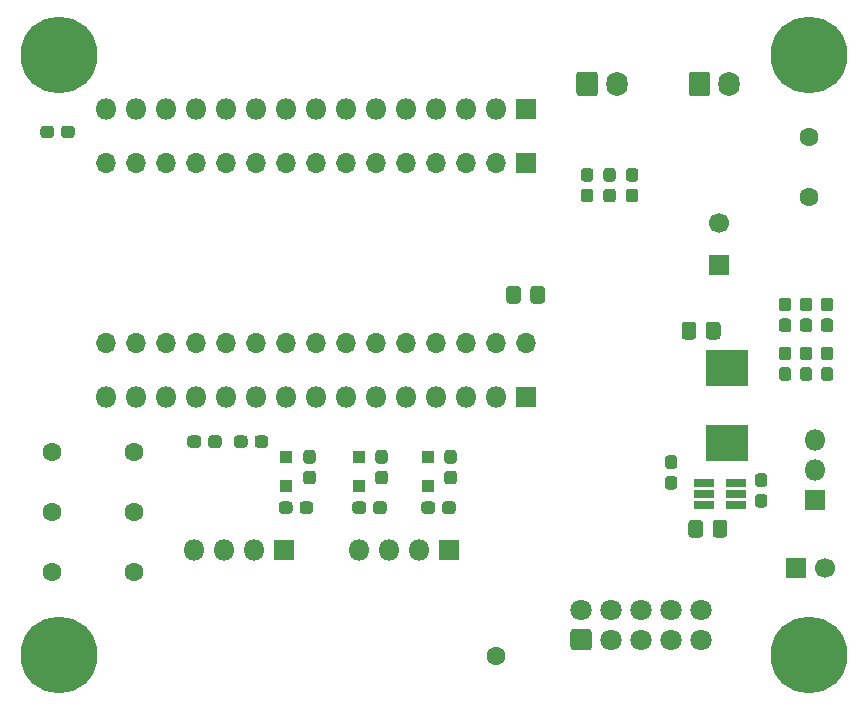
<source format=gts>
G04 #@! TF.GenerationSoftware,KiCad,Pcbnew,(5.1.6)-1*
G04 #@! TF.CreationDate,2020-11-18T04:27:21-08:00*
G04 #@! TF.ProjectId,Logic Board RevA,4c6f6769-6320-4426-9f61-726420526576,rev?*
G04 #@! TF.SameCoordinates,Original*
G04 #@! TF.FileFunction,Soldermask,Top*
G04 #@! TF.FilePolarity,Negative*
%FSLAX46Y46*%
G04 Gerber Fmt 4.6, Leading zero omitted, Abs format (unit mm)*
G04 Created by KiCad (PCBNEW (5.1.6)-1) date 2020-11-18 04:27:21*
%MOMM*%
%LPD*%
G01*
G04 APERTURE LIST*
%ADD10O,1.800000X1.800000*%
%ADD11R,1.800000X1.800000*%
%ADD12C,1.700000*%
%ADD13R,1.700000X1.700000*%
%ADD14C,1.600000*%
%ADD15R,3.600000X3.100000*%
%ADD16O,1.700000X1.700000*%
%ADD17R,1.660000X0.750000*%
%ADD18O,1.800000X2.100000*%
%ADD19C,0.900000*%
%ADD20C,6.500000*%
%ADD21R,1.100000X1.100000*%
%ADD22C,1.800000*%
G04 APERTURE END LIST*
G36*
G01*
X168901500Y-91359000D02*
X169426500Y-91359000D01*
G75*
G02*
X169689000Y-91621500I0J-262500D01*
G01*
X169689000Y-92246500D01*
G75*
G02*
X169426500Y-92509000I-262500J0D01*
G01*
X168901500Y-92509000D01*
G75*
G02*
X168639000Y-92246500I0J262500D01*
G01*
X168639000Y-91621500D01*
G75*
G02*
X168901500Y-91359000I262500J0D01*
G01*
G37*
G36*
G01*
X168901500Y-89609000D02*
X169426500Y-89609000D01*
G75*
G02*
X169689000Y-89871500I0J-262500D01*
G01*
X169689000Y-90496500D01*
G75*
G02*
X169426500Y-90759000I-262500J0D01*
G01*
X168901500Y-90759000D01*
G75*
G02*
X168639000Y-90496500I0J262500D01*
G01*
X168639000Y-89871500D01*
G75*
G02*
X168901500Y-89609000I262500J0D01*
G01*
G37*
D10*
X132080000Y-121920000D03*
X134620000Y-121920000D03*
X137160000Y-121920000D03*
D11*
X139700000Y-121920000D03*
D10*
X146050000Y-121920000D03*
X148590000Y-121920000D03*
X151130000Y-121920000D03*
D11*
X153670000Y-121920000D03*
D12*
X185507000Y-123444000D03*
D13*
X183007000Y-123444000D03*
G36*
G01*
X120223000Y-86288000D02*
X120223000Y-86813000D01*
G75*
G02*
X119960500Y-87075500I-262500J0D01*
G01*
X119335500Y-87075500D01*
G75*
G02*
X119073000Y-86813000I0J262500D01*
G01*
X119073000Y-86288000D01*
G75*
G02*
X119335500Y-86025500I262500J0D01*
G01*
X119960500Y-86025500D01*
G75*
G02*
X120223000Y-86288000I0J-262500D01*
G01*
G37*
G36*
G01*
X121973000Y-86288000D02*
X121973000Y-86813000D01*
G75*
G02*
X121710500Y-87075500I-262500J0D01*
G01*
X121085500Y-87075500D01*
G75*
G02*
X120823000Y-86813000I0J262500D01*
G01*
X120823000Y-86288000D01*
G75*
G02*
X121085500Y-86025500I262500J0D01*
G01*
X121710500Y-86025500D01*
G75*
G02*
X121973000Y-86288000I0J-262500D01*
G01*
G37*
D14*
X157607000Y-130937000D03*
G36*
G01*
X160547000Y-100808262D02*
X160547000Y-99851738D01*
G75*
G02*
X160818738Y-99580000I271738J0D01*
G01*
X161525262Y-99580000D01*
G75*
G02*
X161797000Y-99851738I0J-271738D01*
G01*
X161797000Y-100808262D01*
G75*
G02*
X161525262Y-101080000I-271738J0D01*
G01*
X160818738Y-101080000D01*
G75*
G02*
X160547000Y-100808262I0J271738D01*
G01*
G37*
G36*
G01*
X158497000Y-100808262D02*
X158497000Y-99851738D01*
G75*
G02*
X158768738Y-99580000I271738J0D01*
G01*
X159475262Y-99580000D01*
G75*
G02*
X159747000Y-99851738I0J-271738D01*
G01*
X159747000Y-100808262D01*
G75*
G02*
X159475262Y-101080000I-271738J0D01*
G01*
X158768738Y-101080000D01*
G75*
G02*
X158497000Y-100808262I0J271738D01*
G01*
G37*
X120015000Y-123825000D03*
X184150000Y-86995000D03*
X120015000Y-118745000D03*
X127000000Y-123825000D03*
X127000000Y-118745000D03*
D15*
X177165000Y-112878000D03*
X177165000Y-106578000D03*
G36*
G01*
X184158500Y-105872000D02*
X183633500Y-105872000D01*
G75*
G02*
X183371000Y-105609500I0J262500D01*
G01*
X183371000Y-104984500D01*
G75*
G02*
X183633500Y-104722000I262500J0D01*
G01*
X184158500Y-104722000D01*
G75*
G02*
X184421000Y-104984500I0J-262500D01*
G01*
X184421000Y-105609500D01*
G75*
G02*
X184158500Y-105872000I-262500J0D01*
G01*
G37*
G36*
G01*
X184158500Y-107622000D02*
X183633500Y-107622000D01*
G75*
G02*
X183371000Y-107359500I0J262500D01*
G01*
X183371000Y-106734500D01*
G75*
G02*
X183633500Y-106472000I262500J0D01*
G01*
X184158500Y-106472000D01*
G75*
G02*
X184421000Y-106734500I0J-262500D01*
G01*
X184421000Y-107359500D01*
G75*
G02*
X184158500Y-107622000I-262500J0D01*
G01*
G37*
D14*
X184150000Y-92075000D03*
X120015000Y-113665000D03*
X127000000Y-113665000D03*
D16*
X124587000Y-104394000D03*
X124587000Y-89154000D03*
X160147000Y-104394000D03*
X127127000Y-89154000D03*
X157607000Y-104394000D03*
X129667000Y-89154000D03*
X155067000Y-104394000D03*
X132207000Y-89154000D03*
X152527000Y-104394000D03*
X134747000Y-89154000D03*
X149987000Y-104394000D03*
X137287000Y-89154000D03*
X147447000Y-104394000D03*
X139827000Y-89154000D03*
X144907000Y-104394000D03*
X142367000Y-89154000D03*
X142367000Y-104394000D03*
X144907000Y-89154000D03*
X139827000Y-104394000D03*
X147447000Y-89154000D03*
X137287000Y-104394000D03*
X149987000Y-89154000D03*
X134747000Y-104394000D03*
X152527000Y-89154000D03*
X132207000Y-104394000D03*
X155067000Y-89154000D03*
X129667000Y-104394000D03*
X157607000Y-89154000D03*
X127127000Y-104394000D03*
D13*
X160147000Y-89154000D03*
D10*
X124587000Y-108966000D03*
X127127000Y-108966000D03*
X129667000Y-108966000D03*
X132207000Y-108966000D03*
X134747000Y-108966000D03*
X137287000Y-108966000D03*
X139827000Y-108966000D03*
X142367000Y-108966000D03*
X144907000Y-108966000D03*
X147447000Y-108966000D03*
X149987000Y-108966000D03*
X152527000Y-108966000D03*
X155067000Y-108966000D03*
X157607000Y-108966000D03*
D11*
X160147000Y-108966000D03*
D12*
X176530000Y-94290000D03*
D13*
X176530000Y-97790000D03*
D10*
X124587000Y-84582000D03*
X127127000Y-84582000D03*
X129667000Y-84582000D03*
X132207000Y-84582000D03*
X134747000Y-84582000D03*
X137287000Y-84582000D03*
X139827000Y-84582000D03*
X142367000Y-84582000D03*
X144907000Y-84582000D03*
X147447000Y-84582000D03*
X149987000Y-84582000D03*
X152527000Y-84582000D03*
X155067000Y-84582000D03*
X157607000Y-84582000D03*
D11*
X160147000Y-84582000D03*
D17*
X177956200Y-117208300D03*
X177956200Y-116258300D03*
X177956200Y-118158300D03*
X175256200Y-118158300D03*
X175256200Y-117208300D03*
X175256200Y-116258300D03*
G36*
G01*
X165616500Y-90759000D02*
X165091500Y-90759000D01*
G75*
G02*
X164829000Y-90496500I0J262500D01*
G01*
X164829000Y-89871500D01*
G75*
G02*
X165091500Y-89609000I262500J0D01*
G01*
X165616500Y-89609000D01*
G75*
G02*
X165879000Y-89871500I0J-262500D01*
G01*
X165879000Y-90496500D01*
G75*
G02*
X165616500Y-90759000I-262500J0D01*
G01*
G37*
G36*
G01*
X165616500Y-92509000D02*
X165091500Y-92509000D01*
G75*
G02*
X164829000Y-92246500I0J262500D01*
G01*
X164829000Y-91621500D01*
G75*
G02*
X165091500Y-91359000I262500J0D01*
G01*
X165616500Y-91359000D01*
G75*
G02*
X165879000Y-91621500I0J-262500D01*
G01*
X165879000Y-92246500D01*
G75*
G02*
X165616500Y-92509000I-262500J0D01*
G01*
G37*
G36*
G01*
X185411500Y-102344500D02*
X185936500Y-102344500D01*
G75*
G02*
X186199000Y-102607000I0J-262500D01*
G01*
X186199000Y-103232000D01*
G75*
G02*
X185936500Y-103494500I-262500J0D01*
G01*
X185411500Y-103494500D01*
G75*
G02*
X185149000Y-103232000I0J262500D01*
G01*
X185149000Y-102607000D01*
G75*
G02*
X185411500Y-102344500I262500J0D01*
G01*
G37*
G36*
G01*
X185411500Y-100594500D02*
X185936500Y-100594500D01*
G75*
G02*
X186199000Y-100857000I0J-262500D01*
G01*
X186199000Y-101482000D01*
G75*
G02*
X185936500Y-101744500I-262500J0D01*
G01*
X185411500Y-101744500D01*
G75*
G02*
X185149000Y-101482000I0J262500D01*
G01*
X185149000Y-100857000D01*
G75*
G02*
X185411500Y-100594500I262500J0D01*
G01*
G37*
G36*
G01*
X183633500Y-102344500D02*
X184158500Y-102344500D01*
G75*
G02*
X184421000Y-102607000I0J-262500D01*
G01*
X184421000Y-103232000D01*
G75*
G02*
X184158500Y-103494500I-262500J0D01*
G01*
X183633500Y-103494500D01*
G75*
G02*
X183371000Y-103232000I0J262500D01*
G01*
X183371000Y-102607000D01*
G75*
G02*
X183633500Y-102344500I262500J0D01*
G01*
G37*
G36*
G01*
X183633500Y-100594500D02*
X184158500Y-100594500D01*
G75*
G02*
X184421000Y-100857000I0J-262500D01*
G01*
X184421000Y-101482000D01*
G75*
G02*
X184158500Y-101744500I-262500J0D01*
G01*
X183633500Y-101744500D01*
G75*
G02*
X183371000Y-101482000I0J262500D01*
G01*
X183371000Y-100857000D01*
G75*
G02*
X183633500Y-100594500I262500J0D01*
G01*
G37*
G36*
G01*
X182380500Y-101744500D02*
X181855500Y-101744500D01*
G75*
G02*
X181593000Y-101482000I0J262500D01*
G01*
X181593000Y-100857000D01*
G75*
G02*
X181855500Y-100594500I262500J0D01*
G01*
X182380500Y-100594500D01*
G75*
G02*
X182643000Y-100857000I0J-262500D01*
G01*
X182643000Y-101482000D01*
G75*
G02*
X182380500Y-101744500I-262500J0D01*
G01*
G37*
G36*
G01*
X182380500Y-103494500D02*
X181855500Y-103494500D01*
G75*
G02*
X181593000Y-103232000I0J262500D01*
G01*
X181593000Y-102607000D01*
G75*
G02*
X181855500Y-102344500I262500J0D01*
G01*
X182380500Y-102344500D01*
G75*
G02*
X182643000Y-102607000I0J-262500D01*
G01*
X182643000Y-103232000D01*
G75*
G02*
X182380500Y-103494500I-262500J0D01*
G01*
G37*
G36*
G01*
X167521500Y-90759000D02*
X166996500Y-90759000D01*
G75*
G02*
X166734000Y-90496500I0J262500D01*
G01*
X166734000Y-89871500D01*
G75*
G02*
X166996500Y-89609000I262500J0D01*
G01*
X167521500Y-89609000D01*
G75*
G02*
X167784000Y-89871500I0J-262500D01*
G01*
X167784000Y-90496500D01*
G75*
G02*
X167521500Y-90759000I-262500J0D01*
G01*
G37*
G36*
G01*
X167521500Y-92509000D02*
X166996500Y-92509000D01*
G75*
G02*
X166734000Y-92246500I0J262500D01*
G01*
X166734000Y-91621500D01*
G75*
G02*
X166996500Y-91359000I262500J0D01*
G01*
X167521500Y-91359000D01*
G75*
G02*
X167784000Y-91621500I0J-262500D01*
G01*
X167784000Y-92246500D01*
G75*
G02*
X167521500Y-92509000I-262500J0D01*
G01*
G37*
G36*
G01*
X179823500Y-117203500D02*
X180348500Y-117203500D01*
G75*
G02*
X180611000Y-117466000I0J-262500D01*
G01*
X180611000Y-118091000D01*
G75*
G02*
X180348500Y-118353500I-262500J0D01*
G01*
X179823500Y-118353500D01*
G75*
G02*
X179561000Y-118091000I0J262500D01*
G01*
X179561000Y-117466000D01*
G75*
G02*
X179823500Y-117203500I262500J0D01*
G01*
G37*
G36*
G01*
X179823500Y-115453500D02*
X180348500Y-115453500D01*
G75*
G02*
X180611000Y-115716000I0J-262500D01*
G01*
X180611000Y-116341000D01*
G75*
G02*
X180348500Y-116603500I-262500J0D01*
G01*
X179823500Y-116603500D01*
G75*
G02*
X179561000Y-116341000I0J262500D01*
G01*
X179561000Y-115716000D01*
G75*
G02*
X179823500Y-115453500I262500J0D01*
G01*
G37*
G36*
G01*
X141016000Y-118626500D02*
X141016000Y-118101500D01*
G75*
G02*
X141278500Y-117839000I262500J0D01*
G01*
X141903500Y-117839000D01*
G75*
G02*
X142166000Y-118101500I0J-262500D01*
G01*
X142166000Y-118626500D01*
G75*
G02*
X141903500Y-118889000I-262500J0D01*
G01*
X141278500Y-118889000D01*
G75*
G02*
X141016000Y-118626500I0J262500D01*
G01*
G37*
G36*
G01*
X139266000Y-118626500D02*
X139266000Y-118101500D01*
G75*
G02*
X139528500Y-117839000I262500J0D01*
G01*
X140153500Y-117839000D01*
G75*
G02*
X140416000Y-118101500I0J-262500D01*
G01*
X140416000Y-118626500D01*
G75*
G02*
X140153500Y-118889000I-262500J0D01*
G01*
X139528500Y-118889000D01*
G75*
G02*
X139266000Y-118626500I0J262500D01*
G01*
G37*
G36*
G01*
X153081000Y-118626500D02*
X153081000Y-118101500D01*
G75*
G02*
X153343500Y-117839000I262500J0D01*
G01*
X153968500Y-117839000D01*
G75*
G02*
X154231000Y-118101500I0J-262500D01*
G01*
X154231000Y-118626500D01*
G75*
G02*
X153968500Y-118889000I-262500J0D01*
G01*
X153343500Y-118889000D01*
G75*
G02*
X153081000Y-118626500I0J262500D01*
G01*
G37*
G36*
G01*
X151331000Y-118626500D02*
X151331000Y-118101500D01*
G75*
G02*
X151593500Y-117839000I262500J0D01*
G01*
X152218500Y-117839000D01*
G75*
G02*
X152481000Y-118101500I0J-262500D01*
G01*
X152481000Y-118626500D01*
G75*
G02*
X152218500Y-118889000I-262500J0D01*
G01*
X151593500Y-118889000D01*
G75*
G02*
X151331000Y-118626500I0J262500D01*
G01*
G37*
G36*
G01*
X147239000Y-118626500D02*
X147239000Y-118101500D01*
G75*
G02*
X147501500Y-117839000I262500J0D01*
G01*
X148126500Y-117839000D01*
G75*
G02*
X148389000Y-118101500I0J-262500D01*
G01*
X148389000Y-118626500D01*
G75*
G02*
X148126500Y-118889000I-262500J0D01*
G01*
X147501500Y-118889000D01*
G75*
G02*
X147239000Y-118626500I0J262500D01*
G01*
G37*
G36*
G01*
X145489000Y-118626500D02*
X145489000Y-118101500D01*
G75*
G02*
X145751500Y-117839000I262500J0D01*
G01*
X146376500Y-117839000D01*
G75*
G02*
X146639000Y-118101500I0J-262500D01*
G01*
X146639000Y-118626500D01*
G75*
G02*
X146376500Y-118889000I-262500J0D01*
G01*
X145751500Y-118889000D01*
G75*
G02*
X145489000Y-118626500I0J262500D01*
G01*
G37*
G36*
G01*
X185936500Y-105872000D02*
X185411500Y-105872000D01*
G75*
G02*
X185149000Y-105609500I0J262500D01*
G01*
X185149000Y-104984500D01*
G75*
G02*
X185411500Y-104722000I262500J0D01*
G01*
X185936500Y-104722000D01*
G75*
G02*
X186199000Y-104984500I0J-262500D01*
G01*
X186199000Y-105609500D01*
G75*
G02*
X185936500Y-105872000I-262500J0D01*
G01*
G37*
G36*
G01*
X185936500Y-107622000D02*
X185411500Y-107622000D01*
G75*
G02*
X185149000Y-107359500I0J262500D01*
G01*
X185149000Y-106734500D01*
G75*
G02*
X185411500Y-106472000I262500J0D01*
G01*
X185936500Y-106472000D01*
G75*
G02*
X186199000Y-106734500I0J-262500D01*
G01*
X186199000Y-107359500D01*
G75*
G02*
X185936500Y-107622000I-262500J0D01*
G01*
G37*
G36*
G01*
X181855500Y-106472000D02*
X182380500Y-106472000D01*
G75*
G02*
X182643000Y-106734500I0J-262500D01*
G01*
X182643000Y-107359500D01*
G75*
G02*
X182380500Y-107622000I-262500J0D01*
G01*
X181855500Y-107622000D01*
G75*
G02*
X181593000Y-107359500I0J262500D01*
G01*
X181593000Y-106734500D01*
G75*
G02*
X181855500Y-106472000I262500J0D01*
G01*
G37*
G36*
G01*
X181855500Y-104722000D02*
X182380500Y-104722000D01*
G75*
G02*
X182643000Y-104984500I0J-262500D01*
G01*
X182643000Y-105609500D01*
G75*
G02*
X182380500Y-105872000I-262500J0D01*
G01*
X181855500Y-105872000D01*
G75*
G02*
X181593000Y-105609500I0J262500D01*
G01*
X181593000Y-104984500D01*
G75*
G02*
X181855500Y-104722000I262500J0D01*
G01*
G37*
D18*
X167854000Y-82486500D03*
G36*
G01*
X164454000Y-83271794D02*
X164454000Y-81701206D01*
G75*
G02*
X164718706Y-81436500I264706J0D01*
G01*
X165989294Y-81436500D01*
G75*
G02*
X166254000Y-81701206I0J-264706D01*
G01*
X166254000Y-83271794D01*
G75*
G02*
X165989294Y-83536500I-264706J0D01*
G01*
X164718706Y-83536500D01*
G75*
G02*
X164454000Y-83271794I0J264706D01*
G01*
G37*
X177379000Y-82486500D03*
G36*
G01*
X173979000Y-83271794D02*
X173979000Y-81701206D01*
G75*
G02*
X174243706Y-81436500I264706J0D01*
G01*
X175514294Y-81436500D01*
G75*
G02*
X175779000Y-81701206I0J-264706D01*
G01*
X175779000Y-83271794D01*
G75*
G02*
X175514294Y-83536500I-264706J0D01*
G01*
X174243706Y-83536500D01*
G75*
G02*
X173979000Y-83271794I0J264706D01*
G01*
G37*
D10*
X184658000Y-112649000D03*
X184658000Y-115189000D03*
D11*
X184658000Y-117729000D03*
D19*
X185847056Y-129112944D03*
X184150000Y-128410000D03*
X182452944Y-129112944D03*
X181750000Y-130810000D03*
X182452944Y-132507056D03*
X184150000Y-133210000D03*
X185847056Y-132507056D03*
X186550000Y-130810000D03*
D20*
X184150000Y-130810000D03*
D19*
X122347056Y-129112944D03*
X120650000Y-128410000D03*
X118952944Y-129112944D03*
X118250000Y-130810000D03*
X118952944Y-132507056D03*
X120650000Y-133210000D03*
X122347056Y-132507056D03*
X123050000Y-130810000D03*
D20*
X120650000Y-130810000D03*
D19*
X185847056Y-78312944D03*
X184150000Y-77610000D03*
X182452944Y-78312944D03*
X181750000Y-80010000D03*
X182452944Y-81707056D03*
X184150000Y-82410000D03*
X185847056Y-81707056D03*
X186550000Y-80010000D03*
D20*
X184150000Y-80010000D03*
D19*
X122347056Y-78312944D03*
X120650000Y-77610000D03*
X118952944Y-78312944D03*
X118250000Y-80010000D03*
X118952944Y-81707056D03*
X120650000Y-82410000D03*
X122347056Y-81707056D03*
X123050000Y-80010000D03*
D20*
X120650000Y-80010000D03*
D21*
X139827000Y-114066000D03*
X139827000Y-116566000D03*
X151892000Y-114066000D03*
X151892000Y-116566000D03*
X146050000Y-114066000D03*
X146050000Y-116566000D03*
G36*
G01*
X132669000Y-112513500D02*
X132669000Y-113038500D01*
G75*
G02*
X132406500Y-113301000I-262500J0D01*
G01*
X131781500Y-113301000D01*
G75*
G02*
X131519000Y-113038500I0J262500D01*
G01*
X131519000Y-112513500D01*
G75*
G02*
X131781500Y-112251000I262500J0D01*
G01*
X132406500Y-112251000D01*
G75*
G02*
X132669000Y-112513500I0J-262500D01*
G01*
G37*
G36*
G01*
X134419000Y-112513500D02*
X134419000Y-113038500D01*
G75*
G02*
X134156500Y-113301000I-262500J0D01*
G01*
X133531500Y-113301000D01*
G75*
G02*
X133269000Y-113038500I0J262500D01*
G01*
X133269000Y-112513500D01*
G75*
G02*
X133531500Y-112251000I262500J0D01*
G01*
X134156500Y-112251000D01*
G75*
G02*
X134419000Y-112513500I0J-262500D01*
G01*
G37*
G36*
G01*
X137206000Y-113038500D02*
X137206000Y-112513500D01*
G75*
G02*
X137468500Y-112251000I262500J0D01*
G01*
X138093500Y-112251000D01*
G75*
G02*
X138356000Y-112513500I0J-262500D01*
G01*
X138356000Y-113038500D01*
G75*
G02*
X138093500Y-113301000I-262500J0D01*
G01*
X137468500Y-113301000D01*
G75*
G02*
X137206000Y-113038500I0J262500D01*
G01*
G37*
G36*
G01*
X135456000Y-113038500D02*
X135456000Y-112513500D01*
G75*
G02*
X135718500Y-112251000I262500J0D01*
G01*
X136343500Y-112251000D01*
G75*
G02*
X136606000Y-112513500I0J-262500D01*
G01*
X136606000Y-113038500D01*
G75*
G02*
X136343500Y-113301000I-262500J0D01*
G01*
X135718500Y-113301000D01*
G75*
G02*
X135456000Y-113038500I0J262500D01*
G01*
G37*
G36*
G01*
X142121500Y-114635000D02*
X141596500Y-114635000D01*
G75*
G02*
X141334000Y-114372500I0J262500D01*
G01*
X141334000Y-113747500D01*
G75*
G02*
X141596500Y-113485000I262500J0D01*
G01*
X142121500Y-113485000D01*
G75*
G02*
X142384000Y-113747500I0J-262500D01*
G01*
X142384000Y-114372500D01*
G75*
G02*
X142121500Y-114635000I-262500J0D01*
G01*
G37*
G36*
G01*
X142121500Y-116385000D02*
X141596500Y-116385000D01*
G75*
G02*
X141334000Y-116122500I0J262500D01*
G01*
X141334000Y-115497500D01*
G75*
G02*
X141596500Y-115235000I262500J0D01*
G01*
X142121500Y-115235000D01*
G75*
G02*
X142384000Y-115497500I0J-262500D01*
G01*
X142384000Y-116122500D01*
G75*
G02*
X142121500Y-116385000I-262500J0D01*
G01*
G37*
G36*
G01*
X154059500Y-114635000D02*
X153534500Y-114635000D01*
G75*
G02*
X153272000Y-114372500I0J262500D01*
G01*
X153272000Y-113747500D01*
G75*
G02*
X153534500Y-113485000I262500J0D01*
G01*
X154059500Y-113485000D01*
G75*
G02*
X154322000Y-113747500I0J-262500D01*
G01*
X154322000Y-114372500D01*
G75*
G02*
X154059500Y-114635000I-262500J0D01*
G01*
G37*
G36*
G01*
X154059500Y-116385000D02*
X153534500Y-116385000D01*
G75*
G02*
X153272000Y-116122500I0J262500D01*
G01*
X153272000Y-115497500D01*
G75*
G02*
X153534500Y-115235000I262500J0D01*
G01*
X154059500Y-115235000D01*
G75*
G02*
X154322000Y-115497500I0J-262500D01*
G01*
X154322000Y-116122500D01*
G75*
G02*
X154059500Y-116385000I-262500J0D01*
G01*
G37*
G36*
G01*
X148217500Y-114635000D02*
X147692500Y-114635000D01*
G75*
G02*
X147430000Y-114372500I0J262500D01*
G01*
X147430000Y-113747500D01*
G75*
G02*
X147692500Y-113485000I262500J0D01*
G01*
X148217500Y-113485000D01*
G75*
G02*
X148480000Y-113747500I0J-262500D01*
G01*
X148480000Y-114372500D01*
G75*
G02*
X148217500Y-114635000I-262500J0D01*
G01*
G37*
G36*
G01*
X148217500Y-116385000D02*
X147692500Y-116385000D01*
G75*
G02*
X147430000Y-116122500I0J262500D01*
G01*
X147430000Y-115497500D01*
G75*
G02*
X147692500Y-115235000I262500J0D01*
G01*
X148217500Y-115235000D01*
G75*
G02*
X148480000Y-115497500I0J-262500D01*
G01*
X148480000Y-116122500D01*
G75*
G02*
X148217500Y-116385000I-262500J0D01*
G01*
G37*
G36*
G01*
X174606000Y-102899738D02*
X174606000Y-103856262D01*
G75*
G02*
X174334262Y-104128000I-271738J0D01*
G01*
X173627738Y-104128000D01*
G75*
G02*
X173356000Y-103856262I0J271738D01*
G01*
X173356000Y-102899738D01*
G75*
G02*
X173627738Y-102628000I271738J0D01*
G01*
X174334262Y-102628000D01*
G75*
G02*
X174606000Y-102899738I0J-271738D01*
G01*
G37*
G36*
G01*
X176656000Y-102899738D02*
X176656000Y-103856262D01*
G75*
G02*
X176384262Y-104128000I-271738J0D01*
G01*
X175677738Y-104128000D01*
G75*
G02*
X175406000Y-103856262I0J271738D01*
G01*
X175406000Y-102899738D01*
G75*
G02*
X175677738Y-102628000I271738J0D01*
G01*
X176384262Y-102628000D01*
G75*
G02*
X176656000Y-102899738I0J-271738D01*
G01*
G37*
G36*
G01*
X172728500Y-115079500D02*
X172203500Y-115079500D01*
G75*
G02*
X171941000Y-114817000I0J262500D01*
G01*
X171941000Y-114192000D01*
G75*
G02*
X172203500Y-113929500I262500J0D01*
G01*
X172728500Y-113929500D01*
G75*
G02*
X172991000Y-114192000I0J-262500D01*
G01*
X172991000Y-114817000D01*
G75*
G02*
X172728500Y-115079500I-262500J0D01*
G01*
G37*
G36*
G01*
X172728500Y-116829500D02*
X172203500Y-116829500D01*
G75*
G02*
X171941000Y-116567000I0J262500D01*
G01*
X171941000Y-115942000D01*
G75*
G02*
X172203500Y-115679500I262500J0D01*
G01*
X172728500Y-115679500D01*
G75*
G02*
X172991000Y-115942000I0J-262500D01*
G01*
X172991000Y-116567000D01*
G75*
G02*
X172728500Y-116829500I-262500J0D01*
G01*
G37*
G36*
G01*
X175177500Y-119663738D02*
X175177500Y-120620262D01*
G75*
G02*
X174905762Y-120892000I-271738J0D01*
G01*
X174199238Y-120892000D01*
G75*
G02*
X173927500Y-120620262I0J271738D01*
G01*
X173927500Y-119663738D01*
G75*
G02*
X174199238Y-119392000I271738J0D01*
G01*
X174905762Y-119392000D01*
G75*
G02*
X175177500Y-119663738I0J-271738D01*
G01*
G37*
G36*
G01*
X177227500Y-119663738D02*
X177227500Y-120620262D01*
G75*
G02*
X176955762Y-120892000I-271738J0D01*
G01*
X176249238Y-120892000D01*
G75*
G02*
X175977500Y-120620262I0J271738D01*
G01*
X175977500Y-119663738D01*
G75*
G02*
X176249238Y-119392000I271738J0D01*
G01*
X176955762Y-119392000D01*
G75*
G02*
X177227500Y-119663738I0J-271738D01*
G01*
G37*
D22*
X175006000Y-127000000D03*
X172466000Y-127000000D03*
X169926000Y-127000000D03*
X167386000Y-127000000D03*
X164846000Y-127000000D03*
X175006000Y-129540000D03*
X172466000Y-129540000D03*
X169926000Y-129540000D03*
X167386000Y-129540000D03*
G36*
G01*
X165481294Y-130440000D02*
X164210706Y-130440000D01*
G75*
G02*
X163946000Y-130175294I0J264706D01*
G01*
X163946000Y-128904706D01*
G75*
G02*
X164210706Y-128640000I264706J0D01*
G01*
X165481294Y-128640000D01*
G75*
G02*
X165746000Y-128904706I0J-264706D01*
G01*
X165746000Y-130175294D01*
G75*
G02*
X165481294Y-130440000I-264706J0D01*
G01*
G37*
M02*

</source>
